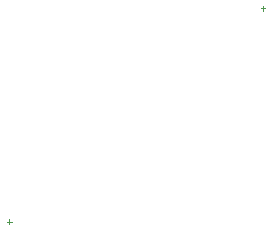
<source format=gm1>
G04*
G04 #@! TF.GenerationSoftware,Altium Limited,Altium Designer,20.2.3 (150)*
G04*
G04 Layer_Color=16711935*
%FSLAX25Y25*%
%MOIN*%
G70*
G04*
G04 #@! TF.SameCoordinates,87A16382-0B38-46A0-9FAD-2025A4CCFA0B*
G04*
G04*
G04 #@! TF.FilePolarity,Positive*
G04*
G01*
G75*
%ADD14C,0.00394*%
D14*
X184713Y137110D02*
X186287D01*
X185500Y136323D02*
Y137898D01*
X100213Y66000D02*
X101787D01*
X101000Y65213D02*
Y66787D01*
M02*

</source>
